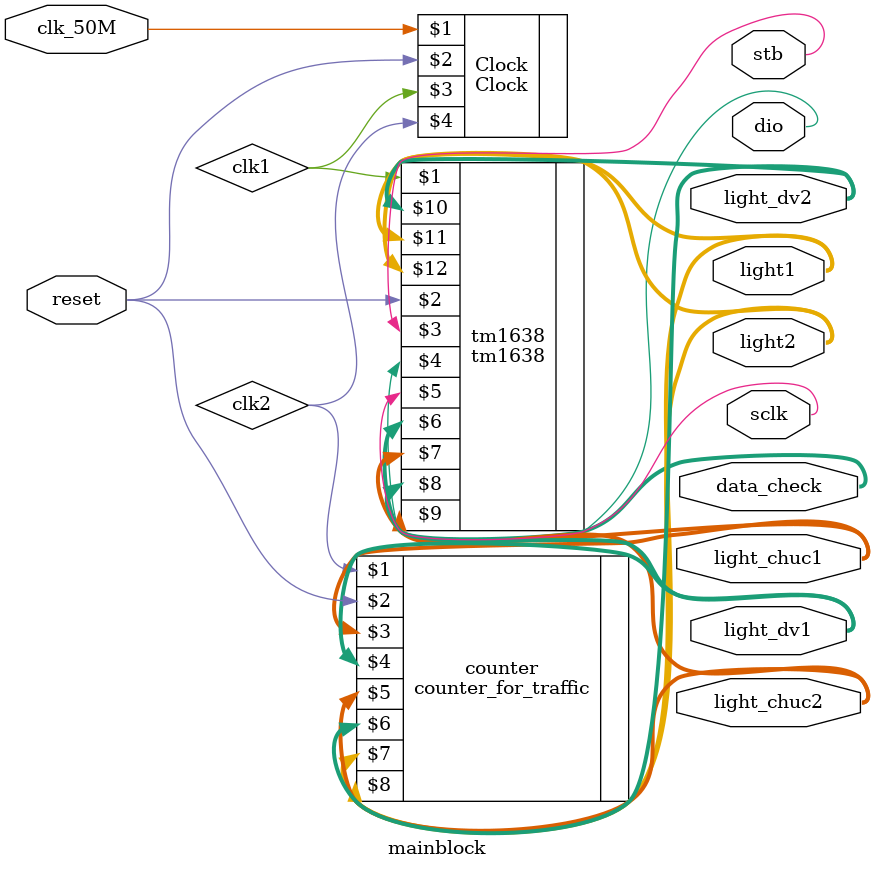
<source format=v>
`timescale 1ns / 1ps
module mainblock(clk_50M, reset, dio, sclk, stb, data_check, light_chuc1, light_dv1, light_chuc2, light_dv2,light1, light2);
input clk_50M, reset;
wire clk1, clk2;
output wire [3:0] light_chuc1, light_dv1, light_chuc2, light_dv2;
output wire dio, stb, sclk;
output wire [7:0] data_check;
output wire [1:0] light1, light2;
Clock Clock(clk_50M, reset, clk1, clk2);
tm1638 tm1638(clk1, reset, stb, dio, sclk, data_check, light_chuc1, light_dv1, light_chuc2, light_dv2, light1, light2);
counter_for_traffic counter (clk2, reset, light_chuc1, light_dv1, light_chuc2, light_dv2, light1, light2);

endmodule

</source>
